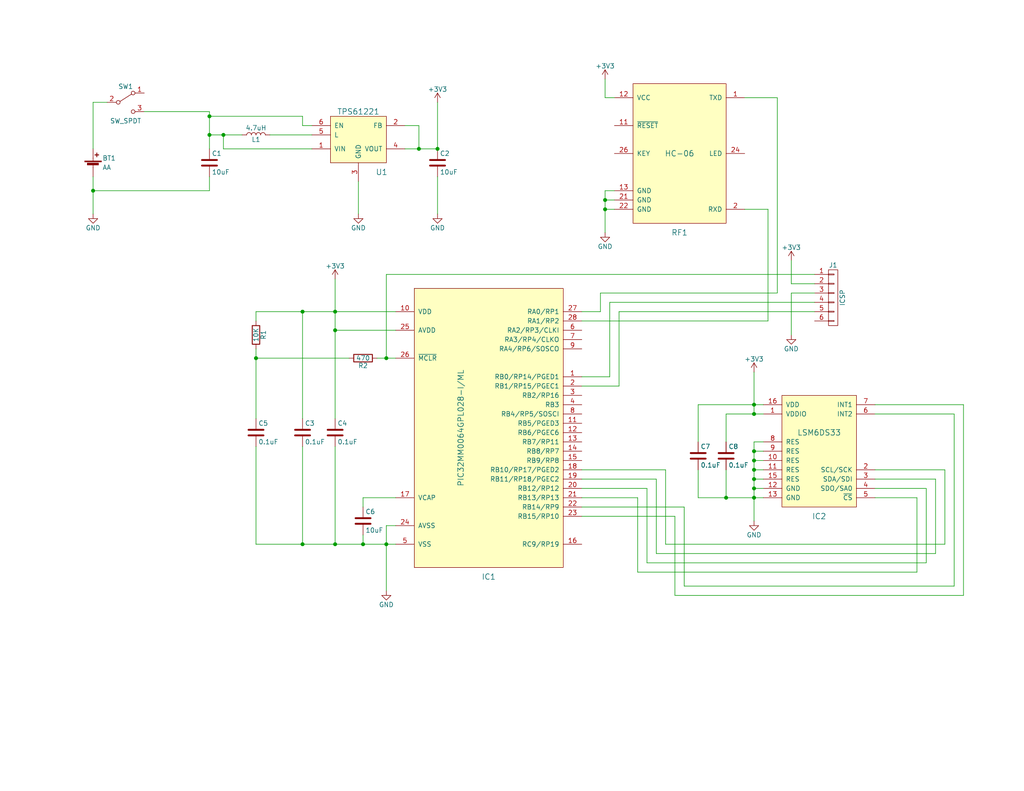
<source format=kicad_sch>
(kicad_sch (version 20230121) (generator eeschema)
  (paper "USLetter")
  (title_block (title "Wireless Inertial Module for Fencing") (date "2017-07-18") (rev "2") (company "David Rice - David's Makerworks - github.com/davidsmakerworks") (comment 1 "from a fencing blade to a computer for analysis") (comment 2 "A system for wirelessly transmitting inertial module sensor data"))
  (lib_symbols
    (symbol "FencingAnalyzer-rescue:+3.3V" (power) (pin_names (offset 0))
      (property "Value" "+3.3V" (at 0 3.556 0))
      (symbol "+3.3V_0_1"
        (polyline (pts (xy -0.762 1.27) (xy 0 2.54)))
        (polyline (pts (xy 0 0) (xy 0 2.54)))
        (polyline (pts (xy 0 2.54) (xy 0.762 1.27)))
      )
      (symbol "+3.3V_1_1"
        (pin power_in line (at 0 0 90) (length 0) hide (name "+3V3") (number "1"))
      )
    )
    (symbol "FencingAnalyzer-rescue:Battery_Cell" (pin_numbers hide) (pin_names (offset 0) hide)
      (property "Reference" "BT" (at 2.54 2.54 0))
      (property "Value" "Battery_Cell" (at 2.54 0 0))
      (symbol "Battery_Cell_0_1"
        (rectangle (start -2.286 1.778) (end 2.286 1.524) (fill (type outline)))
        (rectangle (start -1.5748 1.1938) (end 1.4732 0.6858) (fill (type outline)))
        (polyline (pts (xy 0 0.762) (xy 0 0)))
        (polyline (pts (xy 0 1.778) (xy 0 2.54)))
        (polyline (pts (xy 0.508 3.429) (xy 1.524 3.429)) (stroke (width 0.254)))
        (polyline (pts (xy 1.016 3.937) (xy 1.016 2.921)) (stroke (width 0.254)))
      )
      (symbol "Battery_Cell_1_1"
        (pin passive line (at 0 5.08 270) (length 2.54) (name "+") (number "1"))
        (pin passive line (at 0 -2.54 90) (length 2.54) (name "-") (number "2"))
      )
    )
    (symbol "FencingAnalyzer-rescue:C" (pin_numbers hide) (pin_names (offset 0.254))
      (property "Reference" "C" (at 0.635 2.54 0))
      (property "Value" "C" (at 0.635 -2.54 0))
      (symbol "C_0_1"
        (polyline (pts (xy -2.032 -0.762) (xy 2.032 -0.762)) (stroke (width 0.508)))
        (polyline (pts (xy -2.032 0.762) (xy 2.032 0.762)) (stroke (width 0.508)))
      )
      (symbol "C_1_1"
        (pin passive line (at 0 3.81 270) (length 2.794) (name "~") (number "1"))
        (pin passive line (at 0 -3.81 90) (length 2.794) (name "~") (number "2"))
      )
    )
    (symbol "FencingAnalyzer-rescue:CONN_01X06" (pin_names (offset 1.016) hide)
      (property "Reference" "J" (at 0 8.89 0))
      (property "Value" "CONN_01X06" (at 2.54 0 90))
      (symbol "CONN_01X06_0_1"
        (rectangle (start -1.27 -6.223) (end 0.254 -6.477))
        (rectangle (start -1.27 -3.683) (end 0.254 -3.937))
        (rectangle (start -1.27 -1.143) (end 0.254 -1.397))
        (rectangle (start -1.27 1.397) (end 0.254 1.143))
        (rectangle (start -1.27 3.937) (end 0.254 3.683))
        (rectangle (start -1.27 6.477) (end 0.254 6.223))
        (rectangle (start -1.27 7.62) (end 1.27 -7.62))
      )
      (symbol "CONN_01X06_1_1"
        (pin passive line (at -5.08 6.35 0) (length 3.81) (name "P1") (number "1"))
        (pin passive line (at -5.08 3.81 0) (length 3.81) (name "P2") (number "2"))
        (pin passive line (at -5.08 1.27 0) (length 3.81) (name "P3") (number "3"))
        (pin passive line (at -5.08 -1.27 0) (length 3.81) (name "P4") (number "4"))
        (pin passive line (at -5.08 -3.81 0) (length 3.81) (name "P5") (number "5"))
        (pin passive line (at -5.08 -6.35 0) (length 3.81) (name "P6") (number "6"))
      )
    )
    (symbol "FencingAnalyzer-rescue:GND" (power) (pin_names (offset 0))
      (property "Value" "GND" (at 0 -3.81 0))
      (symbol "GND_0_1"
        (polyline (pts (xy 0 0) (xy 0 -1.27) (xy 1.27 -1.27) (xy 0 -2.54) (xy -1.27 -1.27) (xy 0 -1.27)))
      )
      (symbol "GND_1_1"
        (pin power_in line (at 0 0 270) (length 0) hide (name "GND") (number "1"))
      )
    )
    (symbol "FencingAnalyzer-rescue:HC-06" (pin_names (offset 1.016))
      (property "Reference" "BT" (at 0 -21.59 0))
      (property "Value" "HC-06" (at 0 0 0))
      (symbol "HC-06_0_1"
        (rectangle (start -12.7 19.05) (end 12.7 -19.05) (fill (type background)))
      )
      (symbol "HC-06_1_1"
        (pin output line (at 17.78 15.24 180) (length 5.08) (name "TXD") (number "1"))
        (pin input line (at -17.78 7.62 0) (length 5.08) (name "~{RESET}") (number "11"))
        (pin power_in line (at -17.78 15.24 0) (length 5.08) (name "VCC") (number "12"))
        (pin power_out line (at -17.78 -10.16 0) (length 5.08) (name "GND") (number "13"))
        (pin output line (at 17.78 -15.24 180) (length 5.08) (name "RXD") (number "2"))
        (pin output line (at -17.78 -12.7 0) (length 5.08) (name "GND") (number "21"))
        (pin power_in line (at -17.78 -15.24 0) (length 5.08) (name "GND") (number "22"))
        (pin output line (at 17.78 0 180) (length 5.08) (name "LED") (number "24"))
        (pin output line (at -17.78 0 0) (length 5.08) (name "KEY") (number "26"))
      )
    )
    (symbol "FencingAnalyzer-rescue:L" (pin_numbers hide) (pin_names (offset 1.016) hide)
      (property "Reference" "L" (at -1.27 0 90))
      (property "Value" "L" (at 1.905 0 90))
      (symbol "L_0_1"
        (arc (start 0 -2.54) (mid 0.6323 -1.905) (end 0 -1.27))
        (arc (start 0 -1.27) (mid 0.6323 -0.635) (end 0 0))
        (arc (start 0 0) (mid 0.6323 0.635) (end 0 1.27))
        (arc (start 0 1.27) (mid 0.6323 1.905) (end 0 2.54))
      )
      (symbol "L_1_1"
        (pin passive line (at 0 3.81 270) (length 1.27) (name "1") (number "1"))
        (pin passive line (at 0 -3.81 90) (length 1.27) (name "2") (number "2"))
      )
    )
    (symbol "FencingAnalyzer-rescue:LSM6DS33" (pin_names (offset 1.016))
      (property "Reference" "U" (at 0 -17.78 0))
      (property "Value" "LSM6DS33" (at 0 5.08 0))
      (symbol "LSM6DS33_0_1"
        (rectangle (start -10.16 15.24) (end 10.16 -15.24) (fill (type background)))
      )
      (symbol "LSM6DS33_1_1"
        (pin input line (at -15.24 10.16 0) (length 5.08) (name "VDDIO") (number "1"))
        (pin input line (at -15.24 -2.54 0) (length 5.08) (name "RES") (number "10"))
        (pin input line (at -15.24 -5.08 0) (length 5.08) (name "RES") (number "11"))
        (pin input line (at -15.24 -10.16 0) (length 5.08) (name "GND") (number "12"))
        (pin input line (at -15.24 -12.7 0) (length 5.08) (name "GND") (number "13"))
        (pin no_connect line (at -15.24 7.62 0) (length 5.08) hide (name "NC") (number "14"))
        (pin input line (at -15.24 -7.62 0) (length 5.08) (name "RES") (number "15"))
        (pin input line (at -15.24 12.7 0) (length 5.08) (name "VDD") (number "16"))
        (pin input line (at 15.24 -5.08 180) (length 5.08) (name "SCL/SCK") (number "2"))
        (pin input line (at 15.24 -7.62 180) (length 5.08) (name "SDA/SDI") (number "3"))
        (pin input line (at 15.24 -10.16 180) (length 5.08) (name "SDO/SA0") (number "4"))
        (pin input line (at 15.24 -12.7 180) (length 5.08) (name "~{CS}") (number "5"))
        (pin input line (at 15.24 10.16 180) (length 5.08) (name "INT2") (number "6"))
        (pin input line (at 15.24 12.7 180) (length 5.08) (name "INT1") (number "7"))
        (pin input line (at -15.24 2.54 0) (length 5.08) (name "RES") (number "8"))
        (pin input line (at -15.24 0 0) (length 5.08) (name "RES") (number "9"))
      )
    )
    (symbol "FencingAnalyzer-rescue:PIC32MM0064GPL028-I_ML" (pin_names (offset 1.016))
      (property "Reference" "IC" (at 0 -40.64 0))
      (property "Value" "PIC32MM0064GPL028-I_ML" (at -7.62 0 90))
      (symbol "PIC32MM0064GPL028-I_ML_0_1"
        (rectangle (start -20.32 38.1) (end 20.32 -38.1) (fill (type background)))
      )
      (symbol "PIC32MM0064GPL028-I_ML_1_1"
        (pin output line (at 25.4 13.97 180) (length 5.08) (name "RB0/RP14/PGED1") (number "1"))
        (pin power_in line (at -25.4 31.75 0) (length 5.08) (name "VDD") (number "10"))
        (pin output line (at 25.4 1.27 180) (length 5.08) (name "RB5/PGED3") (number "11"))
        (pin output line (at 25.4 -1.27 180) (length 5.08) (name "RB6/PGEC6") (number "12"))
        (pin output line (at 25.4 -3.81 180) (length 5.08) (name "RB7/RP11") (number "13"))
        (pin output line (at 25.4 -6.35 180) (length 5.08) (name "RB8/RP7") (number "14"))
        (pin output line (at 25.4 -8.89 180) (length 5.08) (name "RB9/RP8") (number "15"))
        (pin output line (at 25.4 -31.75 180) (length 5.08) (name "RC9/RP19") (number "16"))
        (pin power_out line (at -25.4 -19.05 0) (length 5.08) (name "VCAP") (number "17"))
        (pin output line (at 25.4 -11.43 180) (length 5.08) (name "RB10/RP17/PGED2") (number "18"))
        (pin output line (at 25.4 -13.97 180) (length 5.08) (name "RB11/RP18/PGEC2") (number "19"))
        (pin output line (at 25.4 11.43 180) (length 5.08) (name "RB1/RP15/PGEC1") (number "2"))
        (pin output line (at 25.4 -16.51 180) (length 5.08) (name "RB12/RP12") (number "20"))
        (pin output line (at 25.4 -19.05 180) (length 5.08) (name "RB13/RP13") (number "21"))
        (pin output line (at 25.4 -21.59 180) (length 5.08) (name "RB14/RP9") (number "22"))
        (pin output line (at 25.4 -24.13 180) (length 5.08) (name "RB15/RP10") (number "23"))
        (pin power_out line (at -25.4 -26.67 0) (length 5.08) (name "AVSS") (number "24"))
        (pin power_in line (at -25.4 26.67 0) (length 5.08) (name "AVDD") (number "25"))
        (pin input line (at -25.4 19.05 0) (length 5.08) (name "~{MCLR}") (number "26"))
        (pin output line (at 25.4 31.75 180) (length 5.08) (name "RA0/RP1") (number "27"))
        (pin output line (at 25.4 29.21 180) (length 5.08) (name "RA1/RP2") (number "28"))
        (pin output line (at 25.4 8.89 180) (length 5.08) (name "RB2/RP16") (number "3"))
        (pin output line (at 25.4 6.35 180) (length 5.08) (name "RB3") (number "4"))
        (pin power_out line (at -25.4 -31.75 0) (length 5.08) (name "VSS") (number "5"))
        (pin output line (at 25.4 26.67 180) (length 5.08) (name "RA2/RP3/CLKI") (number "6"))
        (pin output line (at 25.4 24.13 180) (length 5.08) (name "RA3/RP4/CLKO") (number "7"))
        (pin output line (at 25.4 3.81 180) (length 5.08) (name "RB4/RP5/SOSCI") (number "8"))
        (pin output line (at 25.4 21.59 180) (length 5.08) (name "RA4/RP6/SOSCO") (number "9"))
      )
    )
    (symbol "FencingAnalyzer-rescue:R" (pin_numbers hide) (pin_names (offset 0))
      (property "Reference" "R" (at 2.032 0 90))
      (property "Value" "R" (at 0 0 90))
      (symbol "R_0_1"
        (rectangle (start -1.016 -2.54) (end 1.016 2.54) (stroke (width 0.254)))
      )
      (symbol "R_1_1"
        (pin passive line (at 0 3.81 270) (length 1.27) (name "~") (number "1"))
        (pin passive line (at 0 -3.81 90) (length 1.27) (name "~") (number "2"))
      )
    )
    (symbol "FencingAnalyzer-rescue:SW_SPDT" (pin_names (offset 0) hide)
      (property "Reference" "SW" (at 0 4.318 0))
      (property "Value" "SW_SPDT" (at 0 -5.08 0))
      (symbol "SW_SPDT_0_0"
        (circle (center -2.032 0) (radius 0.508))
        (circle (center 2.032 -2.54) (radius 0.508))
      )
      (symbol "SW_SPDT_0_1"
        (polyline (pts (xy -1.524 0.254) (xy 1.651 2.286)))
        (circle (center 2.032 2.54) (radius 0.508))
      )
      (symbol "SW_SPDT_1_1"
        (pin passive line (at 5.08 2.54 180) (length 2.54) (name "A") (number "1"))
        (pin passive line (at -5.08 0 0) (length 2.54) (name "B") (number "2"))
        (pin passive line (at 5.08 -2.54 180) (length 2.54) (name "C") (number "3"))
      )
    )
    (symbol "FencingAnalyzer-rescue:TPS6122x" (pin_names (offset 1.016))
      (property "Reference" "U" (at 6.35 -8.89 0))
      (property "Value" "TPS6122x" (at 0 7.62 0))
      (symbol "TPS6122x_0_1"
        (rectangle (start -7.62 6.35) (end 7.62 -6.35) (fill (type background)))
      )
      (symbol "TPS6122x_1_1"
        (pin power_in line (at -12.7 -2.54 0) (length 5.08) (name "VIN") (number "1"))
        (pin input line (at 12.7 3.81 180) (length 5.08) (name "FB") (number "2"))
        (pin input line (at 0 -11.43 90) (length 5.08) (name "GND") (number "3"))
        (pin input line (at 12.7 -2.54 180) (length 5.08) (name "VOUT") (number "4"))
        (pin input line (at -12.7 1.27 0) (length 5.08) (name "L") (number "5"))
        (pin input line (at -12.7 3.81 0) (length 5.08) (name "EN") (number "6"))
      )
    )
  )
  (junction (at 205.74 133.35))
  (junction (at 205.74 125.73))
  (junction (at 99.06 148.59))
  (junction (at 205.74 110.49))
  (junction (at 91.44 85.09))
  (junction (at 205.74 128.27))
  (junction (at 91.44 148.59))
  (junction (at 205.74 135.89))
  (junction (at 25.4 52.07))
  (junction (at 82.55 148.59))
  (junction (at 119.38 40.64))
  (junction (at 205.74 113.03))
  (junction (at 114.3 40.64))
  (junction (at 60.96 36.83))
  (junction (at 91.44 90.17))
  (junction (at 205.74 123.19))
  (junction (at 165.1 57.15))
  (junction (at 205.74 130.81))
  (junction (at 105.41 148.59))
  (junction (at 69.85 97.79))
  (junction (at 57.15 31.75))
  (junction (at 82.55 85.09))
  (junction (at 198.12 135.89))
  (junction (at 57.15 36.83))
  (junction (at 165.1 54.61))
  (junction (at 105.41 97.79))
  (wire (pts (xy 257.81 128.27) (xy 238.76 128.27)))
  (wire (pts (xy 181.61 148.59) (xy 257.81 148.59)))
  (wire (pts (xy 167.64 26.67) (xy 165.1 26.67)))
  (wire (pts (xy 205.74 128.27) (xy 205.74 130.81)))
  (wire (pts (xy 208.28 120.65) (xy 205.74 120.65)))
  (wire (pts (xy 190.5 110.49) (xy 205.74 110.49)))
  (wire (pts (xy 82.55 121.92) (xy 82.55 148.59)))
  (wire (pts (xy 107.95 143.51) (xy 105.41 143.51)))
  (wire (pts (xy 158.75 105.41) (xy 168.91 105.41)))
  (wire (pts (xy 198.12 128.27) (xy 198.12 135.89)))
  (wire (pts (xy 73.66 36.83) (xy 85.09 36.83)))
  (wire (pts (xy 179.07 151.13) (xy 179.07 130.81)))
  (wire (pts (xy 69.85 148.59) (xy 82.55 148.59)))
  (wire (pts (xy 69.85 85.09) (xy 82.55 85.09)))
  (wire (pts (xy 165.1 54.61) (xy 165.1 57.15)))
  (wire (pts (xy 95.25 97.79) (xy 69.85 97.79)))
  (wire (pts (xy 262.89 110.49) (xy 238.76 110.49)))
  (wire (pts (xy 91.44 76.2) (xy 91.44 85.09)))
  (wire (pts (xy 114.3 40.64) (xy 114.3 34.29)))
  (wire (pts (xy 91.44 85.09) (xy 91.44 90.17)))
  (wire (pts (xy 57.15 31.75) (xy 82.55 31.75)))
  (wire (pts (xy 209.55 87.63) (xy 158.75 87.63)))
  (wire (pts (xy 190.5 128.27) (xy 190.5 135.89)))
  (wire (pts (xy 105.41 74.93) (xy 222.25 74.93)))
  (wire (pts (xy 82.55 31.75) (xy 82.55 34.29)))
  (wire (pts (xy 114.3 34.29) (xy 110.49 34.29)))
  (wire (pts (xy 60.96 40.64) (xy 60.96 36.83)))
  (wire (pts (xy 205.74 110.49) (xy 208.28 110.49)))
  (wire (pts (xy 166.37 102.87) (xy 158.75 102.87)))
  (wire (pts (xy 57.15 31.75) (xy 57.15 36.83)))
  (wire (pts (xy 57.15 52.07) (xy 57.15 48.26)))
  (wire (pts (xy 238.76 135.89) (xy 250.19 135.89)))
  (wire (pts (xy 238.76 113.03) (xy 260.35 113.03)))
  (wire (pts (xy 212.09 26.67) (xy 203.2 26.67)))
  (wire (pts (xy 205.74 113.03) (xy 208.28 113.03)))
  (wire (pts (xy 105.41 97.79) (xy 107.95 97.79)))
  (wire (pts (xy 69.85 87.63) (xy 69.85 85.09)))
  (wire (pts (xy 105.41 143.51) (xy 105.41 148.59)))
  (wire (pts (xy 255.27 130.81) (xy 255.27 151.13)))
  (wire (pts (xy 205.74 120.65) (xy 205.74 123.19)))
  (wire (pts (xy 205.74 128.27) (xy 208.28 128.27)))
  (wire (pts (xy 173.99 156.21) (xy 173.99 135.89)))
  (wire (pts (xy 205.74 133.35) (xy 205.74 135.89)))
  (wire (pts (xy 179.07 130.81) (xy 158.75 130.81)))
  (wire (pts (xy 205.74 101.6) (xy 205.74 110.49)))
  (wire (pts (xy 190.5 135.89) (xy 198.12 135.89)))
  (wire (pts (xy 91.44 85.09) (xy 107.95 85.09)))
  (wire (pts (xy 260.35 113.03) (xy 260.35 160.02)))
  (wire (pts (xy 105.41 148.59) (xy 105.41 161.29)))
  (wire (pts (xy 110.49 40.64) (xy 114.3 40.64)))
  (wire (pts (xy 215.9 77.47) (xy 215.9 71.12)))
  (wire (pts (xy 158.75 133.35) (xy 176.53 133.35)))
  (wire (pts (xy 209.55 57.15) (xy 209.55 87.63)))
  (wire (pts (xy 167.64 57.15) (xy 165.1 57.15)))
  (wire (pts (xy 91.44 90.17) (xy 107.95 90.17)))
  (wire (pts (xy 222.25 80.01) (xy 215.9 80.01)))
  (wire (pts (xy 176.53 153.67) (xy 252.73 153.67)))
  (wire (pts (xy 205.74 135.89) (xy 205.74 142.24)))
  (wire (pts (xy 91.44 121.92) (xy 91.44 148.59)))
  (wire (pts (xy 186.69 138.43) (xy 158.75 138.43)))
  (wire (pts (xy 257.81 148.59) (xy 257.81 128.27)))
  (wire (pts (xy 250.19 135.89) (xy 250.19 156.21)))
  (wire (pts (xy 57.15 30.48) (xy 57.15 31.75)))
  (wire (pts (xy 190.5 110.49) (xy 190.5 120.65)))
  (wire (pts (xy 255.27 151.13) (xy 179.07 151.13)))
  (wire (pts (xy 198.12 135.89) (xy 205.74 135.89)))
  (wire (pts (xy 57.15 36.83) (xy 60.96 36.83)))
  (wire (pts (xy 60.96 40.64) (xy 85.09 40.64)))
  (wire (pts (xy 82.55 34.29) (xy 85.09 34.29)))
  (wire (pts (xy 252.73 153.67) (xy 252.73 133.35)))
  (wire (pts (xy 166.37 82.55) (xy 166.37 102.87)))
  (wire (pts (xy 205.74 125.73) (xy 208.28 125.73)))
  (wire (pts (xy 25.4 27.94) (xy 25.4 40.64)))
  (wire (pts (xy 198.12 113.03) (xy 198.12 120.65)))
  (wire (pts (xy 165.1 57.15) (xy 165.1 63.5)))
  (wire (pts (xy 184.15 140.97) (xy 184.15 162.56)))
  (wire (pts (xy 163.83 85.09) (xy 163.83 80.01)))
  (wire (pts (xy 205.74 130.81) (xy 208.28 130.81)))
  (wire (pts (xy 102.87 97.79) (xy 105.41 97.79)))
  (wire (pts (xy 205.74 125.73) (xy 205.74 128.27)))
  (wire (pts (xy 205.74 130.81) (xy 205.74 133.35)))
  (wire (pts (xy 105.41 148.59) (xy 107.95 148.59)))
  (wire (pts (xy 222.25 82.55) (xy 166.37 82.55)))
  (wire (pts (xy 173.99 135.89) (xy 158.75 135.89)))
  (wire (pts (xy 205.74 135.89) (xy 208.28 135.89)))
  (wire (pts (xy 82.55 148.59) (xy 91.44 148.59)))
  (wire (pts (xy 205.74 123.19) (xy 205.74 125.73)))
  (wire (pts (xy 69.85 97.79) (xy 69.85 114.3)))
  (wire (pts (xy 114.3 40.64) (xy 119.38 40.64)))
  (wire (pts (xy 205.74 123.19) (xy 208.28 123.19)))
  (wire (pts (xy 186.69 160.02) (xy 186.69 138.43)))
  (wire (pts (xy 165.1 52.07) (xy 165.1 54.61)))
  (wire (pts (xy 119.38 48.26) (xy 119.38 58.42)))
  (wire (pts (xy 97.79 49.53) (xy 97.79 58.42)))
  (wire (pts (xy 119.38 40.64) (xy 119.38 27.94)))
  (wire (pts (xy 105.41 97.79) (xy 105.41 74.93)))
  (wire (pts (xy 167.64 54.61) (xy 165.1 54.61)))
  (wire (pts (xy 163.83 80.01) (xy 212.09 80.01)))
  (wire (pts (xy 99.06 146.05) (xy 99.06 148.59)))
  (wire (pts (xy 158.75 85.09) (xy 163.83 85.09)))
  (wire (pts (xy 91.44 148.59) (xy 99.06 148.59)))
  (wire (pts (xy 158.75 128.27) (xy 181.61 128.27)))
  (wire (pts (xy 25.4 52.07) (xy 57.15 52.07)))
  (wire (pts (xy 203.2 57.15) (xy 209.55 57.15)))
  (wire (pts (xy 69.85 95.25) (xy 69.85 97.79)))
  (wire (pts (xy 57.15 36.83) (xy 57.15 40.64)))
  (wire (pts (xy 167.64 52.07) (xy 165.1 52.07)))
  (wire (pts (xy 212.09 80.01) (xy 212.09 26.67)))
  (wire (pts (xy 222.25 77.47) (xy 215.9 77.47)))
  (wire (pts (xy 158.75 140.97) (xy 184.15 140.97)))
  (wire (pts (xy 25.4 27.94) (xy 29.21 27.94)))
  (wire (pts (xy 176.53 133.35) (xy 176.53 153.67)))
  (wire (pts (xy 181.61 128.27) (xy 181.61 148.59)))
  (wire (pts (xy 184.15 162.56) (xy 262.89 162.56)))
  (wire (pts (xy 168.91 85.09) (xy 222.25 85.09)))
  (wire (pts (xy 107.95 135.89) (xy 99.06 135.89)))
  (wire (pts (xy 215.9 80.01) (xy 215.9 91.44)))
  (wire (pts (xy 205.74 110.49) (xy 205.74 113.03)))
  (wire (pts (xy 250.19 156.21) (xy 173.99 156.21)))
  (wire (pts (xy 262.89 162.56) (xy 262.89 110.49)))
  (wire (pts (xy 205.74 133.35) (xy 208.28 133.35)))
  (wire (pts (xy 69.85 121.92) (xy 69.85 148.59)))
  (wire (pts (xy 260.35 160.02) (xy 186.69 160.02)))
  (wire (pts (xy 91.44 90.17) (xy 91.44 114.3)))
  (wire (pts (xy 99.06 135.89) (xy 99.06 138.43)))
  (wire (pts (xy 39.37 30.48) (xy 57.15 30.48)))
  (wire (pts (xy 198.12 113.03) (xy 205.74 113.03)))
  (wire (pts (xy 60.96 36.83) (xy 66.04 36.83)))
  (wire (pts (xy 25.4 48.26) (xy 25.4 52.07)))
  (wire (pts (xy 82.55 85.09) (xy 91.44 85.09)))
  (wire (pts (xy 99.06 148.59) (xy 105.41 148.59)))
  (wire (pts (xy 238.76 130.81) (xy 255.27 130.81)))
  (wire (pts (xy 165.1 26.67) (xy 165.1 21.59)))
  (wire (pts (xy 82.55 85.09) (xy 82.55 114.3)))
  (wire (pts (xy 168.91 105.41) (xy 168.91 85.09)))
  (wire (pts (xy 252.73 133.35) (xy 238.76 133.35)))
  (wire (pts (xy 25.4 52.07) (xy 25.4 58.42)))
  (symbol (lib_id "FencingAnalyzer-rescue:HC-06") (at 185.42 41.91 0) (unit 1)
    (property "Reference" "RF1" (at 185.42 63.5 0) (effects (font (size 1.524 1.524))))
    (property "Value" "HC-06" (at 185.42 41.91 0) (effects (font (size 1.524 1.524))))
    (property "Footprint" "DavidsMakerWorks_Custom:HC-06_SMD_Module" (effects hide))
  )
  (symbol (lib_id "FencingAnalyzer-rescue:TPS6122x") (at 97.79 38.1 0) (unit 1)
    (property "Reference" "U1" (at 104.14 46.99 0) (effects (font (size 1.524 1.524))))
    (property "Value" "TPS61221" (at 97.79 30.48 0) (effects (font (size 1.524 1.524))))
    (property "Footprint" "TO_SOT_Packages_SMD:SOT-363_SC-70-6" (effects hide))
  )
  (symbol (lib_id "FencingAnalyzer-rescue:C") (at 119.38 44.45 0) (unit 1)
    (property "Reference" "C2" (at 120.015 41.91 0) (effects (justify left)))
    (property "Value" "10uF" (at 120.015 46.99 0) (effects (justify left)))
    (property "Footprint" "Capacitors_SMD:C_0805" (effects hide))
  )
  (symbol (lib_id "FencingAnalyzer-rescue:C") (at 57.15 44.45 0) (unit 1)
    (property "Reference" "C1" (at 57.785 41.91 0) (effects (justify left)))
    (property "Value" "10uF" (at 57.785 46.99 0) (effects (justify left)))
    (property "Footprint" "Capacitors_SMD:C_0805" (effects hide))
  )
  (symbol (lib_id "FencingAnalyzer-rescue:PIC32MM0064GPL028-I_ML") (at 133.35 116.84 0) (unit 1)
    (property "Reference" "IC1" (at 133.35 157.48 0) (effects (font (size 1.524 1.524))))
    (property "Value" "PIC32MM0064GPL028-I/ML" (at 125.73 116.84 90) (effects (font (size 1.524 1.524))))
    (property "Footprint" "Housings_DFN_QFN:QFN-28-1EP_6x6mm_Pitch0.65mm" (effects hide))
  )
  (symbol (lib_id "FencingAnalyzer-rescue:LSM6DS33") (at 223.52 123.19 0) (unit 1)
    (property "Reference" "IC2" (at 223.52 140.97 0) (effects (font (size 1.524 1.524))))
    (property "Value" "LSM6DS33" (at 223.52 118.11 0) (effects (font (size 1.524 1.524))))
    (property "Footprint" "DavidsMakerWorks_Custom:LGA-16-3x3" (effects hide))
  )
  (symbol (lib_id "FencingAnalyzer-rescue:C") (at 198.12 124.46 0) (unit 1)
    (property "Reference" "C8" (at 198.755 121.92 0) (effects (justify left)))
    (property "Value" "0.1uF" (at 198.755 127 0) (effects (justify left)))
    (property "Footprint" "Capacitors_SMD:C_0603" (effects hide))
  )
  (symbol (lib_id "FencingAnalyzer-rescue:C") (at 69.85 118.11 0) (unit 1)
    (property "Reference" "C5" (at 70.485 115.57 0) (effects (justify left)))
    (property "Value" "0.1uF" (at 70.485 120.65 0) (effects (justify left)))
    (property "Footprint" "Capacitors_SMD:C_0603" (effects hide))
  )
  (symbol (lib_id "FencingAnalyzer-rescue:C") (at 190.5 124.46 0) (unit 1)
    (property "Reference" "C7" (at 191.135 121.92 0) (effects (justify left)))
    (property "Value" "0.1uF" (at 191.135 127 0) (effects (justify left)))
    (property "Footprint" "Capacitors_SMD:C_0603" (effects hide))
  )
  (symbol (lib_id "FencingAnalyzer-rescue:C") (at 91.44 118.11 0) (unit 1)
    (property "Reference" "C4" (at 92.075 115.57 0) (effects (justify left)))
    (property "Value" "0.1uF" (at 92.075 120.65 0) (effects (justify left)))
    (property "Footprint" "Capacitors_SMD:C_0603" (effects hide))
  )
  (symbol (lib_id "FencingAnalyzer-rescue:C") (at 82.55 118.11 0) (unit 1)
    (property "Reference" "C3" (at 83.185 115.57 0) (effects (justify left)))
    (property "Value" "0.1uF" (at 83.185 120.65 0) (effects (justify left)))
    (property "Footprint" "Capacitors_SMD:C_0603" (effects hide))
  )
  (symbol (lib_id "FencingAnalyzer-rescue:C") (at 99.06 142.24 0) (unit 1)
    (property "Reference" "C6" (at 99.695 139.7 0) (effects (justify left)))
    (property "Value" "10uF" (at 99.695 144.78 0) (effects (justify left)))
    (property "Footprint" "Capacitors_SMD:C_0805" (effects hide))
  )
  (symbol (lib_id "FencingAnalyzer-rescue:Battery_Cell") (at 25.4 45.72 0) (unit 1)
    (property "Reference" "BT1" (at 27.94 43.18 0) (effects (justify left)))
    (property "Value" "AA" (at 27.94 45.72 0) (effects (justify left)))
    (property "Footprint" "Pin_Headers:Pin_Header_Straight_1x02_Pitch2.54mm" (effects hide))
  )
  (symbol (lib_id "FencingAnalyzer-rescue:L") (at 69.85 36.83 90) (unit 1)
    (property "Reference" "L1" (at 69.85 38.1 90))
    (property "Value" "4.7uH" (at 69.85 34.925 90))
    (property "Footprint" "DavidsMakerWorks_Custom:LQH3NP" (effects hide))
  )
  (symbol (lib_id "FencingAnalyzer-rescue:GND") (at 25.4 58.42 0) (unit 1)
    (property "Reference" "#PWR01" (effects hide))
    (property "Value" "GND" (at 25.4 62.23 0))
  )
  (symbol (lib_id "FencingAnalyzer-rescue:GND") (at 97.79 58.42 0) (unit 1)
    (property "Reference" "#PWR02" (effects hide))
    (property "Value" "GND" (at 97.79 62.23 0))
  )
  (symbol (lib_id "FencingAnalyzer-rescue:GND") (at 119.38 58.42 0) (unit 1)
    (property "Reference" "#PWR03" (effects hide))
    (property "Value" "GND" (at 119.38 62.23 0))
  )
  (symbol (lib_id "FencingAnalyzer-rescue:+3.3V") (at 119.38 27.94 0) (unit 1)
    (property "Reference" "#PWR04" (effects hide))
    (property "Value" "+3.3V" (at 119.38 24.384 0))
  )
  (symbol (lib_id "FencingAnalyzer-rescue:GND") (at 105.41 161.29 0) (unit 1)
    (property "Reference" "#PWR05" (effects hide))
    (property "Value" "GND" (at 105.41 165.1 0))
  )
  (symbol (lib_id "FencingAnalyzer-rescue:+3.3V") (at 91.44 76.2 0) (unit 1)
    (property "Reference" "#PWR06" (effects hide))
    (property "Value" "+3.3V" (at 91.44 72.644 0))
  )
  (symbol (lib_id "FencingAnalyzer-rescue:GND") (at 205.74 142.24 0) (unit 1)
    (property "Reference" "#PWR07" (effects hide))
    (property "Value" "GND" (at 205.74 146.05 0))
  )
  (symbol (lib_id "FencingAnalyzer-rescue:+3.3V") (at 205.74 101.6 0) (unit 1)
    (property "Reference" "#PWR08" (effects hide))
    (property "Value" "+3.3V" (at 205.74 98.044 0))
  )
  (symbol (lib_id "FencingAnalyzer-rescue:R") (at 99.06 97.79 270) (unit 1)
    (property "Reference" "R2" (at 99.06 99.822 90))
    (property "Value" "470" (at 99.06 97.79 90))
    (property "Footprint" "Resistors_SMD:R_0805" (effects hide))
  )
  (symbol (lib_id "FencingAnalyzer-rescue:R") (at 69.85 91.44 0) (unit 1)
    (property "Reference" "R1" (at 71.882 91.44 90))
    (property "Value" "10K" (at 69.85 91.44 90))
    (property "Footprint" "Resistors_SMD:R_0805" (effects hide))
  )
  (symbol (lib_id "FencingAnalyzer-rescue:CONN_01X06") (at 227.33 81.28 0) (unit 1)
    (property "Reference" "J1" (at 227.33 72.39 0))
    (property "Value" "ICSP" (at 229.87 81.28 90))
    (property "Footprint" "Pin_Headers:Pin_Header_Straight_1x06_Pitch2.54mm" (effects hide))
  )
  (symbol (lib_id "FencingAnalyzer-rescue:+3.3V") (at 215.9 71.12 0) (unit 1)
    (property "Reference" "#PWR09" (effects hide))
    (property "Value" "+3.3V" (at 215.9 67.564 0))
  )
  (symbol (lib_id "FencingAnalyzer-rescue:GND") (at 215.9 91.44 0) (unit 1)
    (property "Reference" "#PWR010" (effects hide))
    (property "Value" "GND" (at 215.9 95.25 0))
  )
  (symbol (lib_id "FencingAnalyzer-rescue:GND") (at 165.1 63.5 0) (unit 1)
    (property "Reference" "#PWR011" (effects hide))
    (property "Value" "GND" (at 165.1 67.31 0))
  )
  (symbol (lib_id "FencingAnalyzer-rescue:+3.3V") (at 165.1 21.59 0) (unit 1)
    (property "Reference" "#PWR012" (effects hide))
    (property "Value" "+3.3V" (at 165.1 18.034 0))
  )
  (symbol (lib_id "FencingAnalyzer-rescue:SW_SPDT") (at 34.29 27.94 0) (unit 1)
    (property "Reference" "SW1" (at 34.29 23.622 0))
    (property "Value" "SW_SPDT" (at 34.29 33.02 0))
    (property "Footprint" "DavidsMakerWorks_Custom:6-pin_SMD_Switch" (effects hide))
  )
)
</source>
